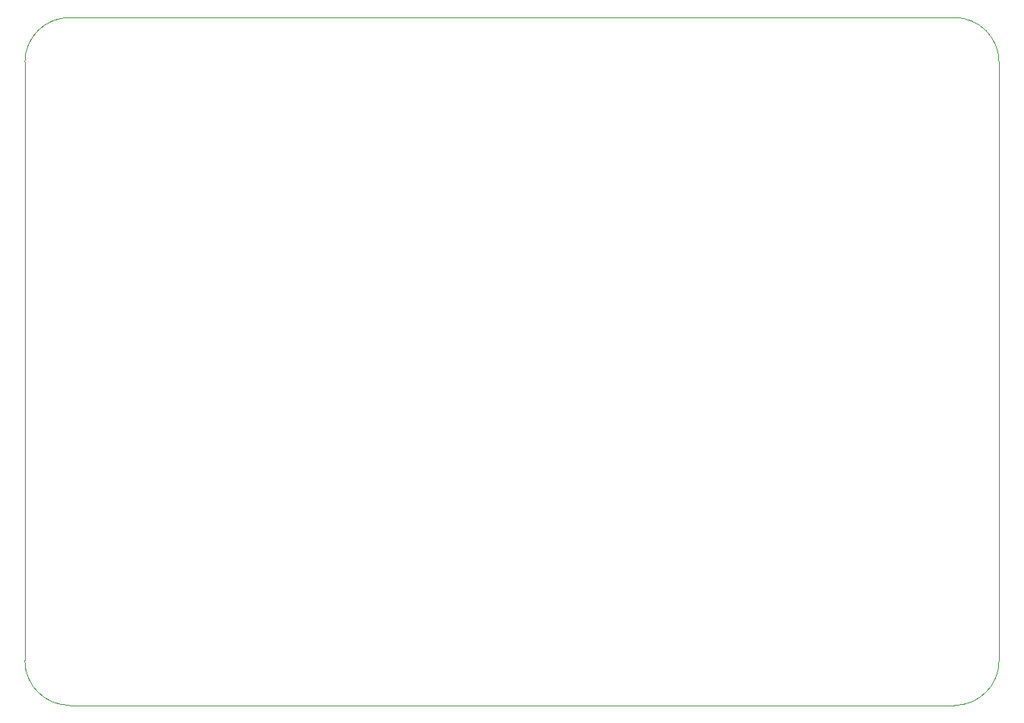
<source format=gm1>
G04 #@! TF.GenerationSoftware,KiCad,Pcbnew,8.0.8-8.0.8-0~ubuntu24.04.1*
G04 #@! TF.CreationDate,2025-02-07T07:38:44+00:00*
G04 #@! TF.ProjectId,MST01,4d535430-312e-46b6-9963-61645f706362,D*
G04 #@! TF.SameCoordinates,PX440a368PY8a86a58*
G04 #@! TF.FileFunction,Profile,NP*
%FSLAX46Y46*%
G04 Gerber Fmt 4.6, Leading zero omitted, Abs format (unit mm)*
G04 Created by KiCad (PCBNEW 8.0.8-8.0.8-0~ubuntu24.04.1) date 2025-02-07 07:38:44*
%MOMM*%
%LPD*%
G01*
G04 APERTURE LIST*
G04 #@! TA.AperFunction,Profile*
%ADD10C,0.100000*%
G04 #@! TD*
G04 APERTURE END LIST*
D10*
X0Y71911000D02*
X0Y4999000D01*
X5000000Y-1000D02*
G75*
G02*
X0Y4999000I0J5000000D01*
G01*
X103830000Y76911000D02*
X5000000Y76911000D01*
X108830000Y4990000D02*
X108830000Y71911000D01*
X0Y71911000D02*
G75*
G02*
X5000000Y76911000I5000000J0D01*
G01*
X103830000Y76911000D02*
G75*
G02*
X108830000Y71911000I0J-5000000D01*
G01*
X5000000Y-1000D02*
X103830000Y-1000D01*
X108830000Y4990000D02*
G75*
G02*
X103830000Y-10000I-5000000J0D01*
G01*
M02*

</source>
